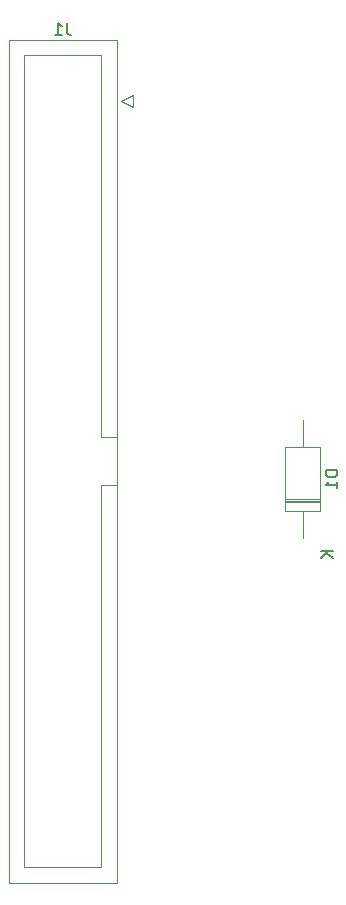
<source format=gbr>
%TF.GenerationSoftware,KiCad,Pcbnew,8.0.8*%
%TF.CreationDate,2025-02-24T20:58:23+01:00*%
%TF.ProjectId,TDSystemsVikingSCSICabkit,54445379-7374-4656-9d73-56696b696e67,rev?*%
%TF.SameCoordinates,Original*%
%TF.FileFunction,Legend,Bot*%
%TF.FilePolarity,Positive*%
%FSLAX46Y46*%
G04 Gerber Fmt 4.6, Leading zero omitted, Abs format (unit mm)*
G04 Created by KiCad (PCBNEW 8.0.8) date 2025-02-24 20:58:23*
%MOMM*%
%LPD*%
G01*
G04 APERTURE LIST*
%ADD10C,0.150000*%
%ADD11C,0.120000*%
G04 APERTURE END LIST*
D10*
X160912819Y-101877905D02*
X159912819Y-101877905D01*
X159912819Y-101877905D02*
X159912819Y-102116000D01*
X159912819Y-102116000D02*
X159960438Y-102258857D01*
X159960438Y-102258857D02*
X160055676Y-102354095D01*
X160055676Y-102354095D02*
X160150914Y-102401714D01*
X160150914Y-102401714D02*
X160341390Y-102449333D01*
X160341390Y-102449333D02*
X160484247Y-102449333D01*
X160484247Y-102449333D02*
X160674723Y-102401714D01*
X160674723Y-102401714D02*
X160769961Y-102354095D01*
X160769961Y-102354095D02*
X160865200Y-102258857D01*
X160865200Y-102258857D02*
X160912819Y-102116000D01*
X160912819Y-102116000D02*
X160912819Y-101877905D01*
X160912819Y-103401714D02*
X160912819Y-102830286D01*
X160912819Y-103116000D02*
X159912819Y-103116000D01*
X159912819Y-103116000D02*
X160055676Y-103020762D01*
X160055676Y-103020762D02*
X160150914Y-102925524D01*
X160150914Y-102925524D02*
X160198533Y-102830286D01*
X160542819Y-108704095D02*
X159542819Y-108704095D01*
X160542819Y-109275523D02*
X159971390Y-108846952D01*
X159542819Y-109275523D02*
X160114247Y-108704095D01*
X138001333Y-63966819D02*
X138001333Y-64681104D01*
X138001333Y-64681104D02*
X138048952Y-64823961D01*
X138048952Y-64823961D02*
X138144190Y-64919200D01*
X138144190Y-64919200D02*
X138287047Y-64966819D01*
X138287047Y-64966819D02*
X138382285Y-64966819D01*
X137001333Y-64966819D02*
X137572761Y-64966819D01*
X137287047Y-64966819D02*
X137287047Y-63966819D01*
X137287047Y-63966819D02*
X137382285Y-64109676D01*
X137382285Y-64109676D02*
X137477523Y-64204914D01*
X137477523Y-64204914D02*
X137572761Y-64252533D01*
D11*
%TO.C,D1*%
X156518000Y-99896000D02*
X156518000Y-105336000D01*
X156518000Y-104316000D02*
X159458000Y-104316000D01*
X156518000Y-104436000D02*
X159458000Y-104436000D01*
X156518000Y-104556000D02*
X159458000Y-104556000D01*
X156518000Y-105336000D02*
X159458000Y-105336000D01*
X157988000Y-99896000D02*
X157988000Y-97606000D01*
X157988000Y-105336000D02*
X157988000Y-107626000D01*
X159458000Y-99896000D02*
X156518000Y-99896000D01*
X159458000Y-105336000D02*
X159458000Y-99896000D01*
%TO.C,J1*%
X133108000Y-65402000D02*
X142228000Y-65402000D01*
X133108000Y-136782000D02*
X133108000Y-65402000D01*
X134418000Y-66702000D02*
X140918000Y-66702000D01*
X134418000Y-135482000D02*
X134418000Y-66702000D01*
X140918000Y-66702000D02*
X140918000Y-99042000D01*
X140918000Y-99042000D02*
X142228000Y-99042000D01*
X140918000Y-103142000D02*
X140918000Y-103142000D01*
X140918000Y-103142000D02*
X140918000Y-135482000D01*
X140918000Y-135482000D02*
X134418000Y-135482000D01*
X142228000Y-65402000D02*
X142228000Y-136782000D01*
X142228000Y-103142000D02*
X140918000Y-103142000D01*
X142228000Y-136782000D02*
X133108000Y-136782000D01*
X142618000Y-70612000D02*
X143618000Y-71112000D01*
X143618000Y-70112000D02*
X142618000Y-70612000D01*
X143618000Y-71112000D02*
X143618000Y-70112000D01*
%TD*%
M02*

</source>
